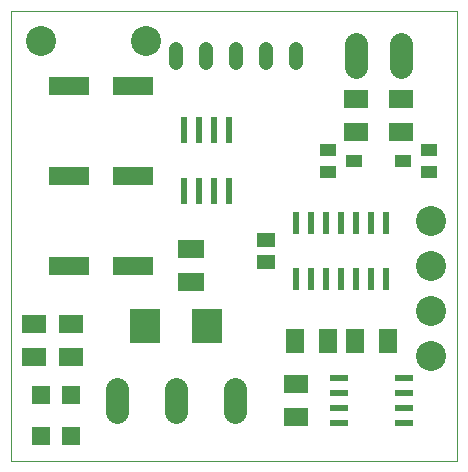
<source format=gts>
G75*
%MOIN*%
%OFA0B0*%
%FSLAX25Y25*%
%IPPOS*%
%LPD*%
%AMOC8*
5,1,8,0,0,1.08239X$1,22.5*
%
%ADD10C,0.00000*%
%ADD11R,0.13780X0.06299*%
%ADD12R,0.05906X0.05118*%
%ADD13R,0.09843X0.11811*%
%ADD14R,0.05512X0.03937*%
%ADD15R,0.02362X0.08661*%
%ADD16R,0.08661X0.06299*%
%ADD17R,0.05906X0.05906*%
%ADD18R,0.06000X0.02400*%
%ADD19R,0.06299X0.07874*%
%ADD20R,0.07874X0.06299*%
%ADD21C,0.04800*%
%ADD22C,0.07800*%
%ADD23C,0.10000*%
%ADD24R,0.02200X0.07800*%
D10*
X0001800Y0001800D02*
X0001800Y0151761D01*
X0150501Y0151761D01*
X0150501Y0001800D01*
X0001800Y0001800D01*
D11*
X0021170Y0066800D03*
X0042430Y0066800D03*
X0042430Y0096800D03*
X0021170Y0096800D03*
X0021170Y0126800D03*
X0042430Y0126800D03*
D12*
X0086800Y0075540D03*
X0086800Y0068060D03*
D13*
X0067135Y0046800D03*
X0046465Y0046800D03*
D14*
X0107469Y0098060D03*
X0107469Y0105540D03*
X0116131Y0101800D03*
X0132469Y0101800D03*
X0141131Y0098060D03*
X0141131Y0105540D03*
D15*
X0074300Y0112036D03*
X0069300Y0112036D03*
X0064300Y0112036D03*
X0059300Y0112036D03*
X0059300Y0091564D03*
X0064300Y0091564D03*
X0069300Y0091564D03*
X0074300Y0091564D03*
D16*
X0061800Y0072312D03*
X0061800Y0061288D03*
D17*
X0021800Y0023690D03*
X0011800Y0023690D03*
X0011800Y0009910D03*
X0021800Y0009910D03*
D18*
X0111000Y0014300D03*
X0111000Y0019300D03*
X0111000Y0024300D03*
X0111000Y0029300D03*
X0132600Y0029300D03*
X0132600Y0024300D03*
X0132600Y0019300D03*
X0132600Y0014300D03*
D19*
X0127312Y0041800D03*
X0116288Y0041800D03*
X0107312Y0041800D03*
X0096288Y0041800D03*
D20*
X0096800Y0027312D03*
X0096800Y0016288D03*
X0021800Y0036288D03*
X0021800Y0047312D03*
X0009300Y0047312D03*
X0009300Y0036288D03*
X0116800Y0111288D03*
X0116800Y0122312D03*
X0131800Y0122312D03*
X0131800Y0111288D03*
D21*
X0096800Y0134400D02*
X0096800Y0139200D01*
X0086800Y0139200D02*
X0086800Y0134400D01*
X0076800Y0134400D02*
X0076800Y0139200D01*
X0066800Y0139200D02*
X0066800Y0134400D01*
X0056800Y0134400D02*
X0056800Y0139200D01*
D22*
X0116800Y0140700D02*
X0116800Y0132900D01*
X0131800Y0132900D02*
X0131800Y0140700D01*
X0076500Y0025700D02*
X0076500Y0017900D01*
X0056800Y0017900D02*
X0056800Y0025700D01*
X0037100Y0025700D02*
X0037100Y0017900D01*
D23*
X0141800Y0036800D03*
X0141800Y0051800D03*
X0141800Y0066800D03*
X0141800Y0081800D03*
X0046800Y0141800D03*
X0011800Y0141800D03*
D24*
X0096800Y0081100D03*
X0101800Y0081100D03*
X0106800Y0081100D03*
X0111800Y0081100D03*
X0116800Y0081100D03*
X0121800Y0081100D03*
X0126800Y0081100D03*
X0126800Y0062500D03*
X0121800Y0062500D03*
X0116800Y0062500D03*
X0111800Y0062500D03*
X0106800Y0062500D03*
X0101800Y0062500D03*
X0096800Y0062500D03*
M02*

</source>
